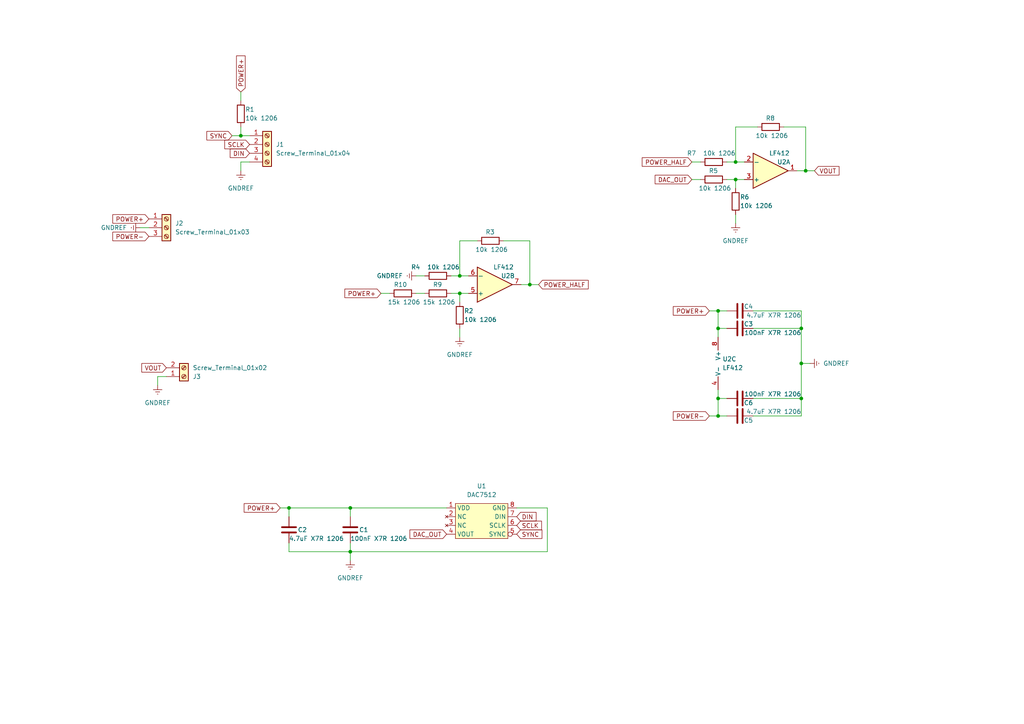
<source format=kicad_sch>
(kicad_sch (version 20230121) (generator eeschema)
  (paper "A4")
  (lib_symbols
    (symbol "Amplifier_Operational:LF412" (pin_names (offset 0.127))
      (property "Reference" "U" (at 0 5.08 0))
      (property "Value" "LF412" (at 0 -5.08 0))
      (symbol "LF412_1_1"
        (polyline (pts (xy -5.08 5.08) (xy 5.08 0) (xy -5.08 -5.08) (xy -5.08 5.08)) (stroke (width 0.254)) (fill (type background)))
        (pin output line (at 7.62 0 180) (length 2.54) (name "~") (number "1"))
        (pin input line (at -7.62 -2.54 0) (length 2.54) (name "-") (number "2"))
        (pin input line (at -7.62 2.54 0) (length 2.54) (name "+") (number "3"))
      )
      (symbol "LF412_2_1"
        (polyline (pts (xy -5.08 5.08) (xy 5.08 0) (xy -5.08 -5.08) (xy -5.08 5.08)) (stroke (width 0.254)) (fill (type background)))
        (pin input line (at -7.62 2.54 0) (length 2.54) (name "+") (number "5"))
        (pin input line (at -7.62 -2.54 0) (length 2.54) (name "-") (number "6"))
        (pin output line (at 7.62 0 180) (length 2.54) (name "~") (number "7"))
      )
      (symbol "LF412_3_1"
        (pin power_in line (at -2.54 -7.62 90) (length 3.81) (name "V-") (number "4"))
        (pin power_in line (at -2.54 7.62 270) (length 3.81) (name "V+") (number "8"))
      )
    )
    (symbol "Connector:Screw_Terminal_01x02" (pin_names (offset 1.016) hide)
      (property "Reference" "J" (at 0 2.54 0))
      (property "Value" "Screw_Terminal_01x02" (at 0 -5.08 0))
      (symbol "Screw_Terminal_01x02_1_1"
        (rectangle (start -1.27 1.27) (end 1.27 -3.81) (stroke (width 0.254)) (fill (type background)))
        (circle (center 0 -2.54) (radius 0.635) (stroke (width 0.1524)))
        (polyline (pts (xy -0.5334 -2.2098) (xy 0.3302 -3.048)) (stroke (width 0.1524)))
        (polyline (pts (xy -0.5334 0.3302) (xy 0.3302 -0.508)) (stroke (width 0.1524)))
        (polyline (pts (xy -0.3556 -2.032) (xy 0.508 -2.8702)) (stroke (width 0.1524)))
        (polyline (pts (xy -0.3556 0.508) (xy 0.508 -0.3302)) (stroke (width 0.1524)))
        (circle (center 0 0) (radius 0.635) (stroke (width 0.1524)))
        (pin passive line (at -5.08 0 0) (length 3.81) (name "Pin_1") (number "1"))
        (pin passive line (at -5.08 -2.54 0) (length 3.81) (name "Pin_2") (number "2"))
      )
    )
    (symbol "Connector:Screw_Terminal_01x03" (pin_names (offset 1.016) hide)
      (property "Reference" "J" (at 0 5.08 0))
      (property "Value" "Screw_Terminal_01x03" (at 0 -5.08 0))
      (symbol "Screw_Terminal_01x03_1_1"
        (rectangle (start -1.27 3.81) (end 1.27 -3.81) (stroke (width 0.254)) (fill (type background)))
        (circle (center 0 -2.54) (radius 0.635) (stroke (width 0.1524)))
        (polyline (pts (xy -0.5334 -2.2098) (xy 0.3302 -3.048)) (stroke (width 0.1524)))
        (polyline (pts (xy -0.5334 0.3302) (xy 0.3302 -0.508)) (stroke (width 0.1524)))
        (polyline (pts (xy -0.5334 2.8702) (xy 0.3302 2.032)) (stroke (width 0.1524)))
        (polyline (pts (xy -0.3556 -2.032) (xy 0.508 -2.8702)) (stroke (width 0.1524)))
        (polyline (pts (xy -0.3556 0.508) (xy 0.508 -0.3302)) (stroke (width 0.1524)))
        (polyline (pts (xy -0.3556 3.048) (xy 0.508 2.2098)) (stroke (width 0.1524)))
        (circle (center 0 0) (radius 0.635) (stroke (width 0.1524)))
        (circle (center 0 2.54) (radius 0.635) (stroke (width 0.1524)))
        (pin passive line (at -5.08 2.54 0) (length 3.81) (name "Pin_1") (number "1"))
        (pin passive line (at -5.08 0 0) (length 3.81) (name "Pin_2") (number "2"))
        (pin passive line (at -5.08 -2.54 0) (length 3.81) (name "Pin_3") (number "3"))
      )
    )
    (symbol "Connector:Screw_Terminal_01x04" (pin_names (offset 1.016) hide)
      (property "Reference" "J" (at 0 5.08 0))
      (property "Value" "Screw_Terminal_01x04" (at 0 -7.62 0))
      (symbol "Screw_Terminal_01x04_1_1"
        (rectangle (start -1.27 3.81) (end 1.27 -6.35) (stroke (width 0.254)) (fill (type background)))
        (circle (center 0 -5.08) (radius 0.635) (stroke (width 0.1524)))
        (circle (center 0 -2.54) (radius 0.635) (stroke (width 0.1524)))
        (polyline (pts (xy -0.5334 -4.7498) (xy 0.3302 -5.588)) (stroke (width 0.1524)))
        (polyline (pts (xy -0.5334 -2.2098) (xy 0.3302 -3.048)) (stroke (width 0.1524)))
        (polyline (pts (xy -0.5334 0.3302) (xy 0.3302 -0.508)) (stroke (width 0.1524)))
        (polyline (pts (xy -0.5334 2.8702) (xy 0.3302 2.032)) (stroke (width 0.1524)))
        (polyline (pts (xy -0.3556 -4.572) (xy 0.508 -5.4102)) (stroke (width 0.1524)))
        (polyline (pts (xy -0.3556 -2.032) (xy 0.508 -2.8702)) (stroke (width 0.1524)))
        (polyline (pts (xy -0.3556 0.508) (xy 0.508 -0.3302)) (stroke (width 0.1524)))
        (polyline (pts (xy -0.3556 3.048) (xy 0.508 2.2098)) (stroke (width 0.1524)))
        (circle (center 0 0) (radius 0.635) (stroke (width 0.1524)))
        (circle (center 0 2.54) (radius 0.635) (stroke (width 0.1524)))
        (pin passive line (at -5.08 2.54 0) (length 3.81) (name "Pin_1") (number "1"))
        (pin passive line (at -5.08 0 0) (length 3.81) (name "Pin_2") (number "2"))
        (pin passive line (at -5.08 -2.54 0) (length 3.81) (name "Pin_3") (number "3"))
        (pin passive line (at -5.08 -5.08 0) (length 3.81) (name "Pin_4") (number "4"))
      )
    )
    (symbol "Custom_ADC_DAC:DAC7512"
      (property "Reference" "U" (at 0 -6.35 0))
      (property "Value" "DAC7512" (at 0 -6.35 0))
      (symbol "DAC7512_0_0"
        (pin power_in line (at -10.16 3.81 0) (length 2.54) (name "VDD") (number "1"))
        (pin no_connect line (at -10.16 1.27 0) (length 2.54) (name "NC") (number "2"))
        (pin no_connect line (at -10.16 -1.27 0) (length 2.54) (name "NC") (number "3"))
        (pin input line (at -10.16 -3.81 0) (length 2.54) (name "VOUT") (number "4"))
        (pin input inverted (at 10.16 -3.81 180) (length 2.54) (name "SYNC") (number "5"))
        (pin input line (at 10.16 -1.27 180) (length 2.54) (name "SCLK") (number "6"))
        (pin input line (at 10.16 1.27 180) (length 2.54) (name "DIN") (number "7"))
        (pin power_in line (at 10.16 3.81 180) (length 2.54) (name "GND") (number "8"))
      )
      (symbol "DAC7512_1_1"
        (rectangle (start -7.62 5.08) (end 7.62 -5.08) (fill (type background)))
      )
    )
    (symbol "Device:C" (pin_numbers hide) (pin_names (offset 0.254))
      (property "Reference" "C" (at 0.635 2.54 0))
      (property "Value" "C" (at 0.635 -2.54 0))
      (symbol "C_0_1"
        (polyline (pts (xy -2.032 -0.762) (xy 2.032 -0.762)) (stroke (width 0.508)))
        (polyline (pts (xy -2.032 0.762) (xy 2.032 0.762)) (stroke (width 0.508)))
      )
      (symbol "C_1_1"
        (pin passive line (at 0 3.81 270) (length 2.794) (name "~") (number "1"))
        (pin passive line (at 0 -3.81 90) (length 2.794) (name "~") (number "2"))
      )
    )
    (symbol "Device:R" (pin_numbers hide) (pin_names (offset 0))
      (property "Reference" "R" (at 2.032 0 90))
      (property "Value" "R" (at 0 0 90))
      (symbol "R_0_1"
        (rectangle (start -1.016 -2.54) (end 1.016 2.54) (stroke (width 0.254)))
      )
      (symbol "R_1_1"
        (pin passive line (at 0 3.81 270) (length 1.27) (name "~") (number "1"))
        (pin passive line (at 0 -3.81 90) (length 1.27) (name "~") (number "2"))
      )
    )
    (symbol "power:GNDREF" (power) (pin_names (offset 0))
      (property "Value" "GNDREF" (at 0 -3.81 0))
      (symbol "GNDREF_0_1"
        (polyline (pts (xy -0.635 -1.905) (xy 0.635 -1.905)))
        (polyline (pts (xy -0.127 -2.54) (xy 0.127 -2.54)))
        (polyline (pts (xy 0 -1.27) (xy 0 0)))
        (polyline (pts (xy 1.27 -1.27) (xy -1.27 -1.27)))
      )
      (symbol "GNDREF_1_1"
        (pin power_in line (at 0 0 270) (length 0) hide (name "GNDREF") (number "1"))
      )
    )
  )
  (junction (at 233.68 49.53))
  (junction (at 69.85 39.37))
  (junction (at 133.35 80.01))
  (junction (at 101.6 160.02))
  (junction (at 153.67 82.55))
  (junction (at 133.35 85.09))
  (junction (at 83.82 147.32))
  (junction (at 208.28 120.65))
  (junction (at 213.36 52.07))
  (junction (at 101.6 147.32))
  (junction (at 232.41 105.41))
  (junction (at 232.41 95.25))
  (junction (at 208.28 115.57))
  (junction (at 213.36 46.99))
  (junction (at 208.28 95.25))
  (junction (at 208.28 90.17))
  (junction (at 232.41 115.57))
  (wire (pts (xy 205.74 90.17) (xy 208.28 90.17)))
  (wire (pts (xy 110.49 85.09) (xy 113.03 85.09)))
  (wire (pts (xy 208.28 115.57) (xy 208.28 113.03)))
  (wire (pts (xy 233.68 49.53) (xy 236.22 49.53)))
  (wire (pts (xy 69.85 39.37) (xy 72.39 39.37)))
  (wire (pts (xy 232.41 95.25) (xy 232.41 105.41)))
  (wire (pts (xy 205.74 120.65) (xy 208.28 120.65)))
  (wire (pts (xy 146.05 69.85) (xy 153.67 69.85)))
  (wire (pts (xy 153.67 82.55) (xy 156.21 82.55)))
  (wire (pts (xy 133.35 69.85) (xy 133.35 80.01)))
  (wire (pts (xy 133.35 80.01) (xy 135.89 80.01)))
  (wire (pts (xy 210.82 115.57) (xy 208.28 115.57)))
  (wire (pts (xy 101.6 149.86) (xy 101.6 147.32)))
  (wire (pts (xy 69.85 49.53) (xy 69.85 46.99)))
  (wire (pts (xy 210.82 120.65) (xy 208.28 120.65)))
  (wire (pts (xy 45.72 109.22) (xy 48.26 109.22)))
  (wire (pts (xy 133.35 85.09) (xy 135.89 85.09)))
  (wire (pts (xy 210.82 95.25) (xy 208.28 95.25)))
  (wire (pts (xy 213.36 52.07) (xy 215.9 52.07)))
  (wire (pts (xy 213.36 46.99) (xy 215.9 46.99)))
  (wire (pts (xy 232.41 115.57) (xy 232.41 120.65)))
  (wire (pts (xy 153.67 82.55) (xy 151.13 82.55)))
  (wire (pts (xy 101.6 160.02) (xy 101.6 162.56)))
  (wire (pts (xy 120.65 85.09) (xy 123.19 85.09)))
  (wire (pts (xy 227.33 36.83) (xy 233.68 36.83)))
  (wire (pts (xy 232.41 105.41) (xy 234.95 105.41)))
  (wire (pts (xy 208.28 95.25) (xy 208.28 97.79)))
  (wire (pts (xy 210.82 52.07) (xy 213.36 52.07)))
  (wire (pts (xy 158.75 160.02) (xy 101.6 160.02)))
  (wire (pts (xy 149.86 147.32) (xy 158.75 147.32)))
  (wire (pts (xy 232.41 105.41) (xy 232.41 115.57)))
  (wire (pts (xy 233.68 36.83) (xy 233.68 49.53)))
  (wire (pts (xy 232.41 120.65) (xy 218.44 120.65)))
  (wire (pts (xy 158.75 147.32) (xy 158.75 160.02)))
  (wire (pts (xy 208.28 120.65) (xy 208.28 115.57)))
  (wire (pts (xy 218.44 95.25) (xy 232.41 95.25)))
  (wire (pts (xy 101.6 160.02) (xy 101.6 157.48)))
  (wire (pts (xy 83.82 149.86) (xy 83.82 147.32)))
  (wire (pts (xy 138.43 69.85) (xy 133.35 69.85)))
  (wire (pts (xy 153.67 69.85) (xy 153.67 82.55)))
  (wire (pts (xy 69.85 36.83) (xy 69.85 39.37)))
  (wire (pts (xy 133.35 87.63) (xy 133.35 85.09)))
  (wire (pts (xy 208.28 90.17) (xy 208.28 95.25)))
  (wire (pts (xy 67.31 39.37) (xy 69.85 39.37)))
  (wire (pts (xy 232.41 95.25) (xy 232.41 90.17)))
  (wire (pts (xy 120.65 80.01) (xy 123.19 80.01)))
  (wire (pts (xy 40.64 66.04) (xy 43.18 66.04)))
  (wire (pts (xy 101.6 147.32) (xy 129.54 147.32)))
  (wire (pts (xy 213.36 36.83) (xy 213.36 46.99)))
  (wire (pts (xy 83.82 157.48) (xy 83.82 160.02)))
  (wire (pts (xy 133.35 95.25) (xy 133.35 97.79)))
  (wire (pts (xy 83.82 147.32) (xy 101.6 147.32)))
  (wire (pts (xy 213.36 52.07) (xy 213.36 54.61)))
  (wire (pts (xy 218.44 115.57) (xy 232.41 115.57)))
  (wire (pts (xy 219.71 36.83) (xy 213.36 36.83)))
  (wire (pts (xy 130.81 80.01) (xy 133.35 80.01)))
  (wire (pts (xy 210.82 90.17) (xy 208.28 90.17)))
  (wire (pts (xy 232.41 90.17) (xy 218.44 90.17)))
  (wire (pts (xy 81.28 147.32) (xy 83.82 147.32)))
  (wire (pts (xy 200.66 52.07) (xy 203.2 52.07)))
  (wire (pts (xy 69.85 46.99) (xy 72.39 46.99)))
  (wire (pts (xy 130.81 85.09) (xy 133.35 85.09)))
  (wire (pts (xy 45.72 111.76) (xy 45.72 109.22)))
  (wire (pts (xy 213.36 62.23) (xy 213.36 64.77)))
  (wire (pts (xy 233.68 49.53) (xy 231.14 49.53)))
  (wire (pts (xy 83.82 160.02) (xy 101.6 160.02)))
  (wire (pts (xy 200.66 46.99) (xy 203.2 46.99)))
  (wire (pts (xy 69.85 26.67) (xy 69.85 29.21)))
  (wire (pts (xy 210.82 46.99) (xy 213.36 46.99)))
  (global_label "VOUT" (shape input) (at 236.22 49.53 0) (property "Intersheetrefs" "${INTERSHEET_REFS}" (effects hide)))
  (global_label "POWER_HALF" (shape input) (at 156.21 82.55 0) (property "Intersheetrefs" "${INTERSHEET_REFS}" (effects hide)))
  (global_label "POWER+" (shape input) (at 81.28 147.32 180) (property "Intersheetrefs" "${INTERSHEET_REFS}" (effects hide)))
  (global_label "VOUT" (shape input) (at 48.26 106.68 180) (property "Intersheetrefs" "${INTERSHEET_REFS}" (effects hide)))
  (global_label "POWER+" (shape input) (at 110.49 85.09 180) (property "Intersheetrefs" "${INTERSHEET_REFS}" (effects hide)))
  (global_label "POWER+" (shape input) (at 205.74 90.17 180) (property "Intersheetrefs" "${INTERSHEET_REFS}" (effects hide)))
  (global_label "POWER-" (shape input) (at 43.18 68.58 180) (property "Intersheetrefs" "${INTERSHEET_REFS}" (effects hide)))
  (global_label "SCLK" (shape input) (at 72.39 41.91 180) (property "Intersheetrefs" "${INTERSHEET_REFS}" (effects hide)))
  (global_label "POWER-" (shape input) (at 205.74 120.65 180) (property "Intersheetrefs" "${INTERSHEET_REFS}" (effects hide)))
  (global_label "DAC_OUT" (shape input) (at 129.54 154.94 180) (property "Intersheetrefs" "${INTERSHEET_REFS}" (effects hide)))
  (global_label "POWER_HALF" (shape input) (at 200.66 46.99 180) (property "Intersheetrefs" "${INTERSHEET_REFS}" (effects hide)))
  (global_label "POWER+" (shape input) (at 43.18 63.5 180) (property "Intersheetrefs" "${INTERSHEET_REFS}" (effects hide)))
  (global_label "SYNC" (shape input) (at 149.86 154.94 0) (property "Intersheetrefs" "${INTERSHEET_REFS}" (effects hide)))
  (global_label "SYNC" (shape input) (at 67.31 39.37 180) (property "Intersheetrefs" "${INTERSHEET_REFS}" (effects hide)))
  (global_label "POWER+" (shape input) (at 69.85 26.67 90) (property "Intersheetrefs" "${INTERSHEET_REFS}" (effects hide)))
  (global_label "DIN" (shape input) (at 72.39 44.45 180) (property "Intersheetrefs" "${INTERSHEET_REFS}" (effects hide)))
  (global_label "DAC_OUT" (shape input) (at 200.66 52.07 180) (property "Intersheetrefs" "${INTERSHEET_REFS}" (effects hide)))
  (global_label "DIN" (shape input) (at 149.86 149.86 0) (property "Intersheetrefs" "${INTERSHEET_REFS}" (effects hide)))
  (global_label "SCLK" (shape input) (at 149.86 152.4 0) (property "Intersheetrefs" "${INTERSHEET_REFS}" (effects hide)))
  (symbol (lib_id "power:GNDREF") (at 133.35 97.79 0) (unit 1)
    (property "Reference" "#PWR02" (effects hide))
    (property "Value" "GNDREF" (at 133.35 102.87 0))
  )
  (symbol (lib_id "Connector:Screw_Terminal_01x04") (at 77.47 41.91 0) (unit 1)
    (property "Reference" "J1" (at 80.01 41.91 0) (effects (justify left)))
    (property "Value" "Screw_Terminal_01x04" (at 80.01 44.45 0) (effects (justify left)))
    (property "Footprint" "Customer_Connector:2EDG-5.08mm_4P_Horizontal" (effects hide))
  )
  (symbol (lib_id "Device:C") (at 214.63 115.57 90) (mirror x) (unit 1)
    (property "Reference" "C6" (at 218.44 116.84 90) (effects (justify left)))
    (property "Value" "100nF X7R 1206" (at 232.41 114.3 90) (effects (justify left)))
    (property "Footprint" "Capacitor_SMD:C_1206_3216Metric" (effects hide))
  )
  (symbol (lib_id "Device:C") (at 83.82 153.67 0) (unit 1)
    (property "Reference" "C2" (at 86.36 153.67 0) (effects (justify left)))
    (property "Value" "4.7uF X7R 1206" (at 83.82 156.21 0) (effects (justify left)))
    (property "Footprint" "Capacitor_SMD:C_1206_3216Metric" (effects hide))
  )
  (symbol (lib_id "power:GNDREF") (at 234.95 105.41 90) (unit 1)
    (property "Reference" "#PWR07" (effects hide))
    (property "Value" "GNDREF" (at 238.76 105.41 90) (effects (justify right)))
  )
  (symbol (lib_id "Device:R") (at 133.35 91.44 0) (unit 1)
    (property "Reference" "R2" (at 134.62 90.17 0) (effects (justify left)))
    (property "Value" "10k 1206" (at 134.62 92.71 0) (effects (justify left)))
    (property "Footprint" "Resistor_SMD:R_1206_3216Metric" (effects hide))
  )
  (symbol (lib_id "Device:C") (at 101.6 153.67 0) (unit 1)
    (property "Reference" "C1" (at 104.14 153.67 0) (effects (justify left)))
    (property "Value" "100nF X7R 1206" (at 101.6 156.21 0) (effects (justify left)))
    (property "Footprint" "Capacitor_SMD:C_1206_3216Metric" (effects hide))
  )
  (symbol (lib_id "power:GNDREF") (at 101.6 162.56 0) (unit 1)
    (property "Reference" "#PWR06" (effects hide))
    (property "Value" "GNDREF" (at 101.6 167.64 0))
  )
  (symbol (lib_id "power:GNDREF") (at 69.85 49.53 0) (unit 1)
    (property "Reference" "#PWR01" (effects hide))
    (property "Value" "GNDREF" (at 69.85 54.61 0))
  )
  (symbol (lib_id "Device:C") (at 214.63 120.65 90) (mirror x) (unit 1)
    (property "Reference" "C5" (at 218.44 121.92 90) (effects (justify left)))
    (property "Value" "4.7uF X7R 1206" (at 232.41 119.38 90) (effects (justify left)))
    (property "Footprint" "Capacitor_SMD:C_1206_3216Metric" (effects hide))
  )
  (symbol (lib_id "Device:R") (at 127 85.09 90) (unit 1)
    (property "Reference" "R9" (at 128.27 82.55 90) (effects (justify left)))
    (property "Value" "15k 1206" (at 132.08 87.63 90) (effects (justify left)))
    (property "Footprint" "Resistor_SMD:R_1206_3216Metric" (effects hide))
  )
  (symbol (lib_id "Amplifier_Operational:LF412") (at 143.51 82.55 0) (mirror x) (unit 2)
    (property "Reference" "U2" (at 147.32 80.01 0))
    (property "Value" "LF412" (at 146.05 77.47 0))
    (property "Footprint" "Package_SO:SOIC-8_3.9x4.9mm_P1.27mm" (effects hide))
    (property "Datasheet" "http://www.ti.com/lit/ds/symlink/lm358.pdf" (effects hide))
  )
  (symbol (lib_id "Amplifier_Operational:LF412") (at 210.82 105.41 0) (unit 3)
    (property "Reference" "U2" (at 209.55 104.14 0) (effects (justify left)))
    (property "Value" "LF412" (at 209.55 106.68 0) (effects (justify left)))
    (property "Footprint" "Package_SO:SOIC-8_3.9x4.9mm_P1.27mm" (effects hide))
    (property "Datasheet" "http://www.ti.com/lit/ds/symlink/lm358.pdf" (effects hide))
  )
  (symbol (lib_id "Device:R") (at 207.01 52.07 90) (unit 1)
    (property "Reference" "R5" (at 208.28 49.53 90) (effects (justify left)))
    (property "Value" "10k 1206" (at 212.09 54.61 90) (effects (justify left)))
    (property "Footprint" "Resistor_SMD:R_1206_3216Metric" (effects hide))
  )
  (symbol (lib_id "Device:R") (at 69.85 33.02 0) (unit 1)
    (property "Reference" "R1" (at 71.12 31.75 0) (effects (justify left)))
    (property "Value" "10k 1206" (at 71.12 34.29 0) (effects (justify left)))
    (property "Footprint" "Resistor_SMD:R_1206_3216Metric" (effects hide))
  )
  (symbol (lib_id "Connector:Screw_Terminal_01x02") (at 53.34 109.22 0) (mirror x) (unit 1)
    (property "Reference" "J3" (at 55.88 109.22 0) (effects (justify left)))
    (property "Value" "Screw_Terminal_01x02" (at 55.88 106.68 0) (effects (justify left)))
    (property "Footprint" "Customer_Connector:2EDG-5.08mm_2P_Horizontal" (effects hide))
  )
  (symbol (lib_id "power:GNDREF") (at 45.72 111.76 0) (unit 1)
    (property "Reference" "#PWR08" (effects hide))
    (property "Value" "GNDREF" (at 45.72 116.84 0))
  )
  (symbol (lib_id "Device:R") (at 223.52 36.83 90) (unit 1)
    (property "Reference" "R8" (at 224.79 34.29 90) (effects (justify left)))
    (property "Value" "10k 1206" (at 228.6 39.37 90) (effects (justify left)))
    (property "Footprint" "Resistor_SMD:R_1206_3216Metric" (effects hide))
  )
  (symbol (lib_id "Device:R") (at 213.36 58.42 0) (unit 1)
    (property "Reference" "R6" (at 214.63 57.15 0) (effects (justify left)))
    (property "Value" "10k 1206" (at 214.63 59.69 0) (effects (justify left)))
    (property "Footprint" "Resistor_SMD:R_1206_3216Metric" (effects hide))
  )
  (symbol (lib_id "Device:R") (at 127 80.01 90) (unit 1)
    (property "Reference" "R4" (at 121.92 77.47 90) (effects (justify left)))
    (property "Value" "10k 1206" (at 133.35 77.47 90) (effects (justify left)))
    (property "Footprint" "Resistor_SMD:R_1206_3216Metric" (effects hide))
  )
  (symbol (lib_id "Connector:Screw_Terminal_01x03") (at 48.26 66.04 0) (unit 1)
    (property "Reference" "J2" (at 50.8 64.77 0) (effects (justify left)))
    (property "Value" "Screw_Terminal_01x03" (at 50.8 67.31 0) (effects (justify left)))
    (property "Footprint" "Customer_Connector:2EDG-5.08mm_3P_Horizontal" (effects hide))
  )
  (symbol (lib_id "power:GNDREF") (at 120.65 80.01 270) (unit 1)
    (property "Reference" "#PWR04" (effects hide))
    (property "Value" "GNDREF" (at 116.84 80.01 90) (effects (justify right)))
  )
  (symbol (lib_id "Custom_ADC_DAC:DAC7512") (at 139.7 151.13 0) (unit 1)
    (property "Reference" "U1" (at 139.7 140.97 0))
    (property "Value" "DAC7512" (at 139.7 143.51 0))
    (property "Footprint" "Package_SO:MSOP-8_3x3mm_P0.65mm" (effects hide))
  )
  (symbol (lib_id "Device:R") (at 207.01 46.99 90) (unit 1)
    (property "Reference" "R7" (at 201.93 44.45 90) (effects (justify left)))
    (property "Value" "10k 1206" (at 213.36 44.45 90) (effects (justify left)))
    (property "Footprint" "Resistor_SMD:R_1206_3216Metric" (effects hide))
  )
  (symbol (lib_id "power:GNDREF") (at 213.36 64.77 0) (unit 1)
    (property "Reference" "#PWR03" (effects hide))
    (property "Value" "GNDREF" (at 213.36 69.85 0))
  )
  (symbol (lib_id "Device:C") (at 214.63 95.25 90) (unit 1)
    (property "Reference" "C3" (at 218.44 93.98 90) (effects (justify left)))
    (property "Value" "100nF X7R 1206" (at 232.41 96.52 90) (effects (justify left)))
    (property "Footprint" "Capacitor_SMD:C_1206_3216Metric" (effects hide))
  )
  (symbol (lib_id "Amplifier_Operational:LF412") (at 223.52 49.53 0) (mirror x) (unit 1)
    (property "Reference" "U2" (at 227.33 46.99 0))
    (property "Value" "LF412" (at 226.06 44.45 0))
    (property "Footprint" "Package_SO:SOIC-8_3.9x4.9mm_P1.27mm" (effects hide))
    (property "Datasheet" "http://www.ti.com/lit/ds/symlink/lm358.pdf" (effects hide))
  )
  (symbol (lib_id "Device:R") (at 116.84 85.09 90) (unit 1)
    (property "Reference" "R10" (at 118.11 82.55 90) (effects (justify left)))
    (property "Value" "15k 1206" (at 121.92 87.63 90) (effects (justify left)))
    (property "Footprint" "Resistor_SMD:R_1206_3216Metric" (effects hide))
  )
  (symbol (lib_id "Device:C") (at 214.63 90.17 90) (unit 1)
    (property "Reference" "C4" (at 218.44 88.9 90) (effects (justify left)))
    (property "Value" "4.7uF X7R 1206" (at 232.41 91.44 90) (effects (justify left)))
    (property "Footprint" "Capacitor_SMD:C_1206_3216Metric" (effects hide))
  )
  (symbol (lib_id "Device:R") (at 142.24 69.85 90) (unit 1)
    (property "Reference" "R3" (at 143.51 67.31 90) (effects (justify left)))
    (property "Value" "10k 1206" (at 147.32 72.39 90) (effects (justify left)))
    (property "Footprint" "Resistor_SMD:R_1206_3216Metric" (effects hide))
  )
  (symbol (lib_id "power:GNDREF") (at 40.64 66.04 270) (unit 1)
    (property "Reference" "#PWR05" (effects hide))
    (property "Value" "GNDREF" (at 36.83 66.04 90) (effects (justify right)))
  )
)
</source>
